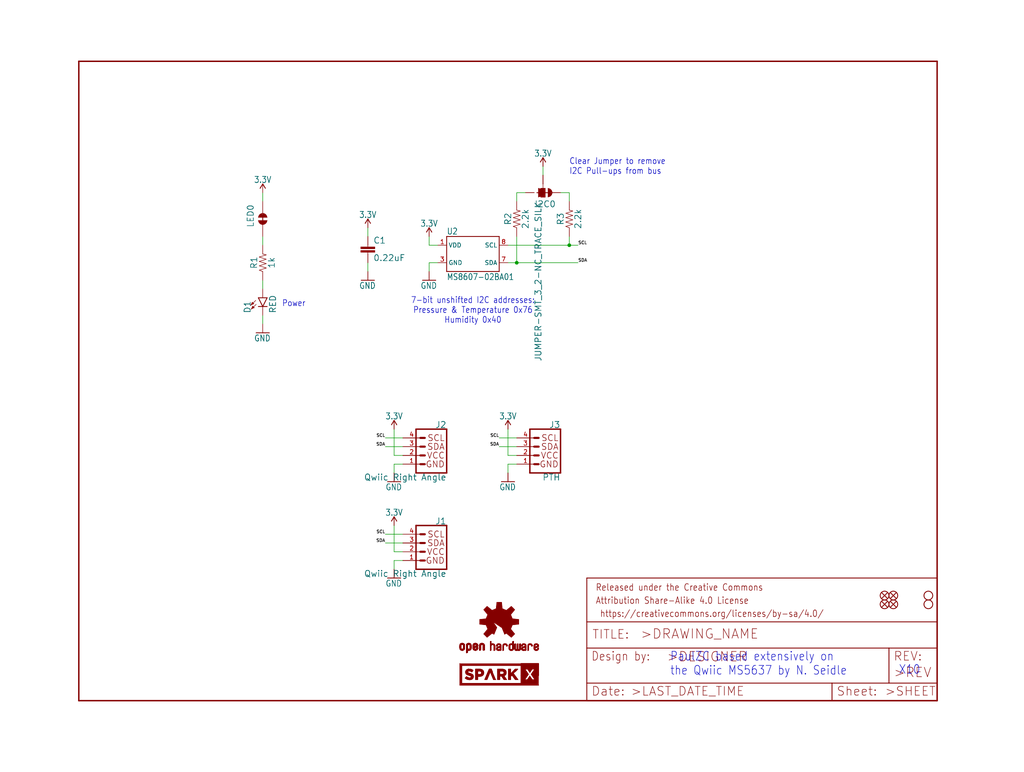
<source format=kicad_sch>
(kicad_sch (version 20211123) (generator eeschema)
  (paper "User" 297.002 223.926)
  (lib_symbols
    (symbol "eagleSchem-eagle-import:0.22UF-0603-25V-10%"
      (property "Reference" "C" (at 1.524 2.921 0))
      (property "Value" "0.22UF-0603-25V-10%" (at 1.524 -2.159 0))
      (symbol "0.22UF-0603-25V-10%_1_0"
        (pin passive line (at 0 5.08 270) (length 2.54) (name "1") (number "1"))
        (pin passive line (at 0 -2.54 90) (length 2.54) (name "2") (number "2"))
      )
    )
    (symbol "eagleSchem-eagle-import:1KOHM-0603-1{slash}10W-1%"
      (property "Reference" "R" (at 0 1.524 0))
      (property "Value" "1KOHM-0603-1{slash}10W-1%" (at 0 -1.524 0))
      (symbol "1KOHM-0603-1{slash}10W-1%_1_0"
        (pin passive line (at -5.08 0 0) (length 2.54) (name "1") (number "1"))
        (pin passive line (at 5.08 0 180) (length 2.54) (name "2") (number "2"))
      )
    )
    (symbol "eagleSchem-eagle-import:2.2KOHM-0603-1{slash}10W-1%"
      (property "Reference" "R" (at 0 1.524 0))
      (property "Value" "2.2KOHM-0603-1{slash}10W-1%" (at 0 -1.524 0))
      (symbol "2.2KOHM-0603-1{slash}10W-1%_1_0"
        (pin passive line (at -5.08 0 0) (length 2.54) (name "1") (number "1"))
        (pin passive line (at 5.08 0 180) (length 2.54) (name "2") (number "2"))
      )
    )
    (symbol "eagleSchem-eagle-import:3.3V" (power)
      (property "Value" "3.3V" (at 0 2.794 0))
      (symbol "3.3V_1_0"
        (pin power_in line (at 0 0 90) (length 2.54) (name "3.3V") (number "1"))
      )
    )
    (symbol "eagleSchem-eagle-import:FIDUCIALUFIDUCIAL")
    (symbol "eagleSchem-eagle-import:FRAME-LETTER"
      (symbol "FRAME-LETTER_2_0"
        (text " https://creativecommons.org/licenses/by-sa/4.0/" (at 2.54 24.13 0) (effects (font (size 1.9304 1.6408)) (justify left bottom)))
        (text ">DESIGNER" (at 23.114 11.176 0) (effects (font (size 2.7432 2.7432)) (justify left bottom)))
        (text ">DRAWING_NAME" (at 15.494 17.78 0) (effects (font (size 2.7432 2.7432)) (justify left bottom)))
        (text ">LAST_DATE_TIME" (at 12.7 1.27 0) (effects (font (size 2.54 2.54)) (justify left bottom)))
        (text ">REV" (at 88.9 6.604 0) (effects (font (size 2.7432 2.7432)) (justify left bottom)))
        (text ">SHEET" (at 86.36 1.27 0) (effects (font (size 2.54 2.54)) (justify left bottom)))
        (text "Attribution Share-Alike 4.0 License" (at 2.54 27.94 0) (effects (font (size 1.9304 1.6408)) (justify left bottom)))
        (text "Date:" (at 1.27 1.27 0) (effects (font (size 2.54 2.54)) (justify left bottom)))
        (text "Design by:" (at 1.27 11.43 0) (effects (font (size 2.54 2.159)) (justify left bottom)))
        (text "Released under the Creative Commons" (at 2.54 31.75 0) (effects (font (size 1.9304 1.6408)) (justify left bottom)))
        (text "REV:" (at 88.9 11.43 0) (effects (font (size 2.54 2.54)) (justify left bottom)))
        (text "Sheet:" (at 72.39 1.27 0) (effects (font (size 2.54 2.54)) (justify left bottom)))
        (text "TITLE:" (at 1.524 17.78 0) (effects (font (size 2.54 2.54)) (justify left bottom)))
      )
    )
    (symbol "eagleSchem-eagle-import:GND" (power)
      (property "Value" "GND" (at -2.54 -2.54 0))
      (symbol "GND_1_0"
        (pin power_in line (at 0 2.54 270) (length 2.54) (name "GND") (number "1"))
      )
    )
    (symbol "eagleSchem-eagle-import:I2C_STANDARDQWIIC"
      (property "Reference" "J" (at -5.08 7.874 0))
      (property "Value" "I2C_STANDARDQWIIC" (at -5.08 -5.334 0))
      (symbol "I2C_STANDARDQWIIC_1_0"
        (text "GND" (at -4.572 -2.54 0) (effects (font (size 1.778 1.778)) (justify left)))
        (text "SCL" (at -4.572 5.08 0) (effects (font (size 1.778 1.778)) (justify left)))
        (text "SDA" (at -4.572 2.54 0) (effects (font (size 1.778 1.778)) (justify left)))
        (text "VCC" (at -4.572 0 0) (effects (font (size 1.778 1.778)) (justify left)))
        (pin power_in line (at 7.62 -2.54 180) (length 5.08) (name "1") (number "1"))
        (pin power_in line (at 7.62 0 180) (length 5.08) (name "2") (number "2"))
        (pin passive line (at 7.62 2.54 180) (length 5.08) (name "3") (number "3"))
        (pin passive line (at 7.62 5.08 180) (length 5.08) (name "4") (number "4"))
      )
    )
    (symbol "eagleSchem-eagle-import:I2C_STANDARD_NO_SILK"
      (property "Reference" "J" (at -5.08 7.874 0))
      (property "Value" "I2C_STANDARD_NO_SILK" (at -5.08 -5.334 0))
      (symbol "I2C_STANDARD_NO_SILK_1_0"
        (text "GND" (at -4.572 -2.54 0) (effects (font (size 1.778 1.778)) (justify left)))
        (text "SCL" (at -4.572 5.08 0) (effects (font (size 1.778 1.778)) (justify left)))
        (text "SDA" (at -4.572 2.54 0) (effects (font (size 1.778 1.778)) (justify left)))
        (text "VCC" (at -4.572 0 0) (effects (font (size 1.778 1.778)) (justify left)))
        (pin power_in line (at 7.62 -2.54 180) (length 5.08) (name "1") (number "1"))
        (pin power_in line (at 7.62 0 180) (length 5.08) (name "2") (number "2"))
        (pin passive line (at 7.62 2.54 180) (length 5.08) (name "3") (number "3"))
        (pin passive line (at 7.62 5.08 180) (length 5.08) (name "4") (number "4"))
      )
    )
    (symbol "eagleSchem-eagle-import:JUMPER-SMT_2_NC_TRACE_SILK"
      (property "Reference" "JP" (at -2.54 2.54 0))
      (property "Value" "JUMPER-SMT_2_NC_TRACE_SILK" (at -2.54 -2.54 0))
      (symbol "JUMPER-SMT_2_NC_TRACE_SILK_1_0"
        (pin passive line (at -5.08 0 0) (length 2.54) (name "1") (number "1"))
        (pin passive line (at 5.08 0 180) (length 2.54) (name "2") (number "2"))
      )
    )
    (symbol "eagleSchem-eagle-import:JUMPER-SMT_3_2-NC_TRACE_SILK"
      (property "Reference" "JP" (at 2.54 0.381 0))
      (property "Value" "JUMPER-SMT_3_2-NC_TRACE_SILK" (at 2.54 -0.381 0))
      (symbol "JUMPER-SMT_3_2-NC_TRACE_SILK_1_0"
        (pin passive line (at 0 5.08 270) (length 2.54) (name "1") (number "1"))
        (pin passive line (at -5.08 0 0) (length 2.54) (name "2") (number "2"))
        (pin passive line (at 0 -5.08 90) (length 2.54) (name "3") (number "3"))
      )
    )
    (symbol "eagleSchem-eagle-import:LED-RED0603"
      (property "Reference" "D" (at -3.429 -4.572 90))
      (property "Value" "LED-RED0603" (at 1.905 -4.572 90))
      (symbol "LED-RED0603_1_0"
        (pin passive line (at 0 2.54 270) (length 2.54) (name "A") (number "A"))
        (pin passive line (at 0 -5.08 90) (length 2.54) (name "C") (number "C"))
      )
    )
    (symbol "eagleSchem-eagle-import:MS8607-02BA01"
      (property "Reference" "U" (at -7.62 5.588 0))
      (property "Value" "MS8607-02BA01" (at -7.62 -7.62 0))
      (symbol "MS8607-02BA01_1_0"
        (pin power_in line (at -10.16 2.54 0) (length 2.54) (name "VDD") (number "1"))
        (pin power_in line (at -10.16 -2.54 0) (length 2.54) (name "GND") (number "3"))
        (pin bidirectional line (at 10.16 -2.54 180) (length 2.54) (name "SDA") (number "7"))
        (pin bidirectional line (at 10.16 2.54 180) (length 2.54) (name "SCL") (number "8"))
      )
    )
    (symbol "eagleSchem-eagle-import:OSHW-LOGOMINI")
    (symbol "eagleSchem-eagle-import:SPARKX-LOGO4")
    (symbol "eagleSchem-eagle-import:STAND-OFF")
  )
  (junction (at 165.1 71.12))
  (junction (at 149.86 76.2))
  (wire (pts (xy 149.86 127) (xy 144.78 127)))
  (wire (pts (xy 147.32 134.62) (xy 147.32 137.16)))
  (wire (pts (xy 165.1 71.12) (xy 167.64 71.12)))
  (wire (pts (xy 116.84 157.48) (xy 111.76 157.48)))
  (wire (pts (xy 149.86 129.54) (xy 144.78 129.54)))
  (wire (pts (xy 76.2 83.82) (xy 76.2 81.28)))
  (wire (pts (xy 76.2 93.98) (xy 76.2 91.44)))
  (wire (pts (xy 116.84 127) (xy 111.76 127)))
  (wire (pts (xy 127 71.12) (xy 124.46 71.12)))
  (wire (pts (xy 149.86 76.2) (xy 149.86 68.58)))
  (wire (pts (xy 106.68 68.58) (xy 106.68 66.04)))
  (wire (pts (xy 116.84 129.54) (xy 111.76 129.54)))
  (wire (pts (xy 106.68 76.2) (xy 106.68 78.74)))
  (wire (pts (xy 114.3 132.08) (xy 114.3 124.46)))
  (wire (pts (xy 127 76.2) (xy 124.46 76.2)))
  (wire (pts (xy 76.2 58.42) (xy 76.2 55.88)))
  (wire (pts (xy 165.1 55.88) (xy 162.56 55.88)))
  (wire (pts (xy 116.84 154.94) (xy 111.76 154.94)))
  (wire (pts (xy 114.3 160.02) (xy 114.3 152.4)))
  (wire (pts (xy 149.86 55.88) (xy 152.4 55.88)))
  (wire (pts (xy 114.3 162.56) (xy 114.3 165.1)))
  (wire (pts (xy 116.84 162.56) (xy 114.3 162.56)))
  (wire (pts (xy 116.84 134.62) (xy 114.3 134.62)))
  (wire (pts (xy 114.3 134.62) (xy 114.3 137.16)))
  (wire (pts (xy 149.86 58.42) (xy 149.86 55.88)))
  (wire (pts (xy 147.32 71.12) (xy 165.1 71.12)))
  (wire (pts (xy 147.32 76.2) (xy 149.86 76.2)))
  (wire (pts (xy 116.84 132.08) (xy 114.3 132.08)))
  (wire (pts (xy 149.86 76.2) (xy 167.64 76.2)))
  (wire (pts (xy 165.1 71.12) (xy 165.1 68.58)))
  (wire (pts (xy 124.46 71.12) (xy 124.46 68.58)))
  (wire (pts (xy 147.32 132.08) (xy 147.32 124.46)))
  (wire (pts (xy 157.48 48.26) (xy 157.48 50.8)))
  (wire (pts (xy 124.46 76.2) (xy 124.46 78.74)))
  (wire (pts (xy 149.86 132.08) (xy 147.32 132.08)))
  (wire (pts (xy 149.86 134.62) (xy 147.32 134.62)))
  (wire (pts (xy 165.1 58.42) (xy 165.1 55.88)))
  (wire (pts (xy 116.84 160.02) (xy 114.3 160.02)))
  (wire (pts (xy 76.2 71.12) (xy 76.2 68.58)))
  (text "Clear Jumper to remove\nI2C Pull-ups from bus" (at 165.1 50.8 180) (effects (font (size 1.778 1.5113)) (justify left bottom)))
  (text "PaulZC based extensively on\nthe Qwiic MS5637 by N. Seidle" (at 194.31 196.088 180) (effects (font (size 2.54 2.159)) (justify left bottom)))
  (text "Power" (at 81.788 89.154 180) (effects (font (size 1.778 1.5113)) (justify left bottom)))
  (text "7-bit unshifted I2C addresses:\nPressure & Temperature 0x76\nHumidity 0x40" (at 137.16 93.98 180) (effects (font (size 1.778 1.5113)) (justify bottom)))
  (text "X10" (at 260.604 195.834 180) (effects (font (size 2.54 2.159)) (justify left bottom)))
  (label "SDA" (at 167.64 76.2 0) (effects (font (size 0.889 0.889))))
  (label "SCL" (at 144.78 127 180) (effects (font (size 0.889 0.889))))
  (label "SDA" (at 111.76 157.48 180) (effects (font (size 0.889 0.889))))
  (label "SCL" (at 111.76 127 180) (effects (font (size 0.889 0.889))))
  (label "SCL" (at 111.76 154.94 180) (effects (font (size 0.889 0.889))))
  (label "SCL" (at 167.64 71.12 0) (effects (font (size 0.889 0.889))))
  (label "SDA" (at 111.76 129.54 180) (effects (font (size 0.889 0.889))))
  (label "SDA" (at 144.78 129.54 180) (effects (font (size 0.889 0.889))))
  (symbol (lib_id "eagleSchem-eagle-import:3.3V") (at 157.48 48.26 0) (unit 1)
    (property "Reference" "#SUPPLY1" (effects hide))
    (property "Value" "3.3V" (at 157.48 45.466 0) (effects (font (size 1.778 1.5113)) (justify bottom)))
    (property "Footprint" "eagleSchem:" (effects hide))
  )
  (symbol (lib_id "eagleSchem-eagle-import:0.22UF-0603-25V-10%") (at 106.68 73.66 0) (unit 1)
    (property "Reference" "C1" (at 108.204 70.739 0) (effects (font (size 1.778 1.778)) (justify left bottom)))
    (property "Value" "0.22uF" (at 108.204 75.819 0) (effects (font (size 1.778 1.778)) (justify left bottom)))
    (property "Footprint" "eagleSchem:0603" (effects hide))
  )
  (symbol (lib_id "eagleSchem-eagle-import:FIDUCIALUFIDUCIAL") (at 259.08 175.26 0) (unit 1)
    (property "Reference" "JP1" (effects hide))
    (property "Value" "FIDUCIALUFIDUCIAL" (effects hide))
    (property "Footprint" "eagleSchem:MICRO-FIDUCIAL" (effects hide))
  )
  (symbol (lib_id "eagleSchem-eagle-import:FIDUCIALUFIDUCIAL") (at 256.54 172.72 0) (unit 1)
    (property "Reference" "JP2" (effects hide))
    (property "Value" "FIDUCIALUFIDUCIAL" (effects hide))
    (property "Footprint" "eagleSchem:MICRO-FIDUCIAL" (effects hide))
  )
  (symbol (lib_id "eagleSchem-eagle-import:OSHW-LOGOMINI") (at 144.78 180.34 0) (unit 1)
    (property "Reference" "LOGO1" (effects hide))
    (property "Value" "OSHW-LOGOMINI" (effects hide))
    (property "Footprint" "eagleSchem:OSHW-LOGO-MINI" (effects hide))
  )
  (symbol (lib_id "eagleSchem-eagle-import:FRAME-LETTER") (at 170.18 203.2 0) (unit 2)
    (property "Reference" "FRAME1" (effects hide))
    (property "Value" "FRAME-LETTER" (effects hide))
    (property "Footprint" "eagleSchem:CREATIVE_COMMONS" (effects hide))
  )
  (symbol (lib_id "eagleSchem-eagle-import:JUMPER-SMT_3_2-NC_TRACE_SILK") (at 157.48 55.88 270) (unit 1)
    (property "Reference" "I2C0" (at 154.94 60.198 90) (effects (font (size 1.778 1.778)) (justify left bottom)))
    (property "Value" "JUMPER-SMT_3_2-NC_TRACE_SILK" (at 157.099 58.42 0) (effects (font (size 1.778 1.778)) (justify left top)))
    (property "Footprint" "eagleSchem:SMT-JUMPER_3_2-NC_TRACE_SILK" (effects hide))
  )
  (symbol (lib_id "eagleSchem-eagle-import:LED-RED0603") (at 76.2 86.36 0) (unit 1)
    (property "Reference" "D1" (at 72.771 90.932 90) (effects (font (size 1.778 1.778)) (justify left bottom)))
    (property "Value" "RED" (at 78.105 90.932 90) (effects (font (size 1.778 1.778)) (justify left top)))
    (property "Footprint" "eagleSchem:LED-0603" (effects hide))
  )
  (symbol (lib_id "eagleSchem-eagle-import:I2C_STANDARD_NO_SILK") (at 157.48 132.08 0) (mirror y) (unit 1)
    (property "Reference" "J3" (at 162.56 124.206 0) (effects (font (size 1.778 1.778)) (justify left bottom)))
    (property "Value" "PTH" (at 162.56 137.414 0) (effects (font (size 1.778 1.778)) (justify left top)))
    (property "Footprint" "eagleSchem:1X04_NO_SILK" (effects hide))
  )
  (symbol (lib_id "eagleSchem-eagle-import:GND") (at 114.3 139.7 0) (unit 1)
    (property "Reference" "#GND6" (effects hide))
    (property "Value" "GND" (at 111.76 142.24 0) (effects (font (size 1.778 1.5113)) (justify left bottom)))
    (property "Footprint" "eagleSchem:" (effects hide))
  )
  (symbol (lib_id "eagleSchem-eagle-import:1KOHM-0603-1{slash}10W-1%") (at 76.2 76.2 90) (unit 1)
    (property "Reference" "R1" (at 74.676 76.2 0) (effects (font (size 1.778 1.778)) (justify bottom)))
    (property "Value" "1k" (at 77.724 76.2 0) (effects (font (size 1.778 1.778)) (justify top)))
    (property "Footprint" "eagleSchem:0603" (effects hide))
  )
  (symbol (lib_id "eagleSchem-eagle-import:GND") (at 76.2 96.52 0) (unit 1)
    (property "Reference" "#GND3" (effects hide))
    (property "Value" "GND" (at 73.66 99.06 0) (effects (font (size 1.778 1.5113)) (justify left bottom)))
    (property "Footprint" "eagleSchem:" (effects hide))
  )
  (symbol (lib_id "eagleSchem-eagle-import:3.3V") (at 114.3 152.4 0) (unit 1)
    (property "Reference" "#SUPPLY8" (effects hide))
    (property "Value" "3.3V" (at 114.3 149.606 0) (effects (font (size 1.778 1.5113)) (justify bottom)))
    (property "Footprint" "eagleSchem:" (effects hide))
  )
  (symbol (lib_id "eagleSchem-eagle-import:3.3V") (at 76.2 55.88 0) (unit 1)
    (property "Reference" "#SUPPLY10" (effects hide))
    (property "Value" "3.3V" (at 76.2 53.086 0) (effects (font (size 1.778 1.5113)) (justify bottom)))
    (property "Footprint" "eagleSchem:" (effects hide))
  )
  (symbol (lib_id "eagleSchem-eagle-import:FIDUCIALUFIDUCIAL") (at 256.54 175.26 0) (unit 1)
    (property "Reference" "JP5" (effects hide))
    (property "Value" "FIDUCIALUFIDUCIAL" (effects hide))
    (property "Footprint" "eagleSchem:MICRO-FIDUCIAL" (effects hide))
  )
  (symbol (lib_id "eagleSchem-eagle-import:FRAME-LETTER") (at 22.86 203.2 0) (unit 1)
    (property "Reference" "FRAME1" (effects hide))
    (property "Value" "FRAME-LETTER" (effects hide))
    (property "Footprint" "eagleSchem:CREATIVE_COMMONS" (effects hide))
  )
  (symbol (lib_id "eagleSchem-eagle-import:I2C_STANDARDQWIIC") (at 124.46 160.02 0) (mirror y) (unit 1)
    (property "Reference" "J1" (at 129.54 152.146 0) (effects (font (size 1.778 1.778)) (justify left bottom)))
    (property "Value" "Qwiic Right Angle" (at 129.54 165.354 0) (effects (font (size 1.778 1.778)) (justify left top)))
    (property "Footprint" "eagleSchem:JST04_1MM_RA" (effects hide))
  )
  (symbol (lib_id "eagleSchem-eagle-import:MS8607-02BA01") (at 137.16 73.66 0) (unit 1)
    (property "Reference" "U2" (at 129.54 68.072 0) (effects (font (size 1.778 1.5113)) (justify left bottom)))
    (property "Value" "MS8607-02BA01" (at 129.54 81.28 0) (effects (font (size 1.778 1.5113)) (justify left bottom)))
    (property "Footprint" "eagleSchem:MS8607-02BA01" (effects hide))
  )
  (symbol (lib_id "eagleSchem-eagle-import:2.2KOHM-0603-1{slash}10W-1%") (at 149.86 63.5 90) (unit 1)
    (property "Reference" "R2" (at 148.336 63.5 0) (effects (font (size 1.778 1.778)) (justify bottom)))
    (property "Value" "2.2k" (at 151.384 63.5 0) (effects (font (size 1.778 1.778)) (justify top)))
    (property "Footprint" "eagleSchem:0603" (effects hide))
  )
  (symbol (lib_id "eagleSchem-eagle-import:GND") (at 147.32 139.7 0) (unit 1)
    (property "Reference" "#GND7" (effects hide))
    (property "Value" "GND" (at 144.78 142.24 0) (effects (font (size 1.778 1.5113)) (justify left bottom)))
    (property "Footprint" "eagleSchem:" (effects hide))
  )
  (symbol (lib_id "eagleSchem-eagle-import:SPARKX-LOGO4") (at 144.78 195.58 0) (unit 1)
    (property "Reference" "U$2" (effects hide))
    (property "Value" "SPARKX-LOGO4" (effects hide))
    (property "Footprint" "eagleSchem:SPARKX-MEDIUM" (effects hide))
  )
  (symbol (lib_id "eagleSchem-eagle-import:3.3V") (at 124.46 68.58 0) (unit 1)
    (property "Reference" "#SUPPLY3" (effects hide))
    (property "Value" "3.3V" (at 124.46 65.786 0) (effects (font (size 1.778 1.5113)) (justify bottom)))
    (property "Footprint" "eagleSchem:" (effects hide))
  )
  (symbol (lib_id "eagleSchem-eagle-import:SPARKX-LOGO4") (at 144.78 195.58 0) (unit 1)
    (property "Reference" "U$1" (effects hide))
    (property "Value" "SPARKX-LOGO4" (effects hide))
    (property "Footprint" "eagleSchem:SPARKX-MEDIUM" (effects hide))
  )
  (symbol (lib_id "eagleSchem-eagle-import:GND") (at 124.46 81.28 0) (unit 1)
    (property "Reference" "#GND1" (effects hide))
    (property "Value" "GND" (at 121.92 83.82 0) (effects (font (size 1.778 1.5113)) (justify left bottom)))
    (property "Footprint" "eagleSchem:" (effects hide))
  )
  (symbol (lib_id "eagleSchem-eagle-import:GND") (at 106.68 81.28 0) (unit 1)
    (property "Reference" "#GND4" (effects hide))
    (property "Value" "GND" (at 104.14 83.82 0) (effects (font (size 1.778 1.5113)) (justify left bottom)))
    (property "Footprint" "eagleSchem:" (effects hide))
  )
  (symbol (lib_id "eagleSchem-eagle-import:3.3V") (at 147.32 124.46 0) (unit 1)
    (property "Reference" "#SUPPLY7" (effects hide))
    (property "Value" "3.3V" (at 147.32 121.666 0) (effects (font (size 1.778 1.5113)) (justify bottom)))
    (property "Footprint" "eagleSchem:" (effects hide))
  )
  (symbol (lib_id "eagleSchem-eagle-import:3.3V") (at 114.3 124.46 0) (unit 1)
    (property "Reference" "#SUPPLY4" (effects hide))
    (property "Value" "3.3V" (at 114.3 121.666 0) (effects (font (size 1.778 1.5113)) (justify bottom)))
    (property "Footprint" "eagleSchem:" (effects hide))
  )
  (symbol (lib_id "eagleSchem-eagle-import:STAND-OFF") (at 269.24 175.26 0) (unit 1)
    (property "Reference" "JP4" (effects hide))
    (property "Value" "STAND-OFF" (effects hide))
    (property "Footprint" "eagleSchem:STAND-OFF" (effects hide))
  )
  (symbol (lib_id "eagleSchem-eagle-import:STAND-OFF") (at 269.24 172.72 0) (unit 1)
    (property "Reference" "JP3" (effects hide))
    (property "Value" "STAND-OFF" (effects hide))
    (property "Footprint" "eagleSchem:STAND-OFF" (effects hide))
  )
  (symbol (lib_id "eagleSchem-eagle-import:I2C_STANDARDQWIIC") (at 124.46 132.08 0) (mirror y) (unit 1)
    (property "Reference" "J2" (at 129.54 124.206 0) (effects (font (size 1.778 1.778)) (justify left bottom)))
    (property "Value" "Qwiic Right Angle" (at 129.54 137.414 0) (effects (font (size 1.778 1.778)) (justify left top)))
    (property "Footprint" "eagleSchem:JST04_1MM_RA" (effects hide))
  )
  (symbol (lib_id "eagleSchem-eagle-import:2.2KOHM-0603-1{slash}10W-1%") (at 165.1 63.5 90) (unit 1)
    (property "Reference" "R3" (at 163.576 63.5 0) (effects (font (size 1.778 1.778)) (justify bottom)))
    (property "Value" "2.2k" (at 166.624 63.5 0) (effects (font (size 1.778 1.778)) (justify top)))
    (property "Footprint" "eagleSchem:0603" (effects hide))
  )
  (symbol (lib_id "eagleSchem-eagle-import:FIDUCIALUFIDUCIAL") (at 259.08 172.72 0) (unit 1)
    (property "Reference" "JP6" (effects hide))
    (property "Value" "FIDUCIALUFIDUCIAL" (effects hide))
    (property "Footprint" "eagleSchem:MICRO-FIDUCIAL" (effects hide))
  )
  (symbol (lib_id "eagleSchem-eagle-import:GND") (at 114.3 167.64 0) (unit 1)
    (property "Reference" "#GND8" (effects hide))
    (property "Value" "GND" (at 111.76 170.18 0) (effects (font (size 1.778 1.5113)) (justify left bottom)))
    (property "Footprint" "eagleSchem:" (effects hide))
  )
  (symbol (lib_id "eagleSchem-eagle-import:3.3V") (at 106.68 66.04 0) (unit 1)
    (property "Reference" "#SUPPLY5" (effects hide))
    (property "Value" "3.3V" (at 106.68 63.246 0) (effects (font (size 1.778 1.5113)) (justify bottom)))
    (property "Footprint" "eagleSchem:" (effects hide))
  )
  (symbol (lib_id "eagleSchem-eagle-import:JUMPER-SMT_2_NC_TRACE_SILK") (at 76.2 63.5 90) (unit 1)
    (property "Reference" "LED0" (at 73.66 66.04 0) (effects (font (size 1.778 1.778)) (justify left bottom)))
    (property "Value" "JUMPER-SMT_2_NC_TRACE_SILK" (effects hide))
    (property "Footprint" "eagleSchem:SMT-JUMPER_2_NC_TRACE_SILK" (effects hide))
  )
)
</source>
